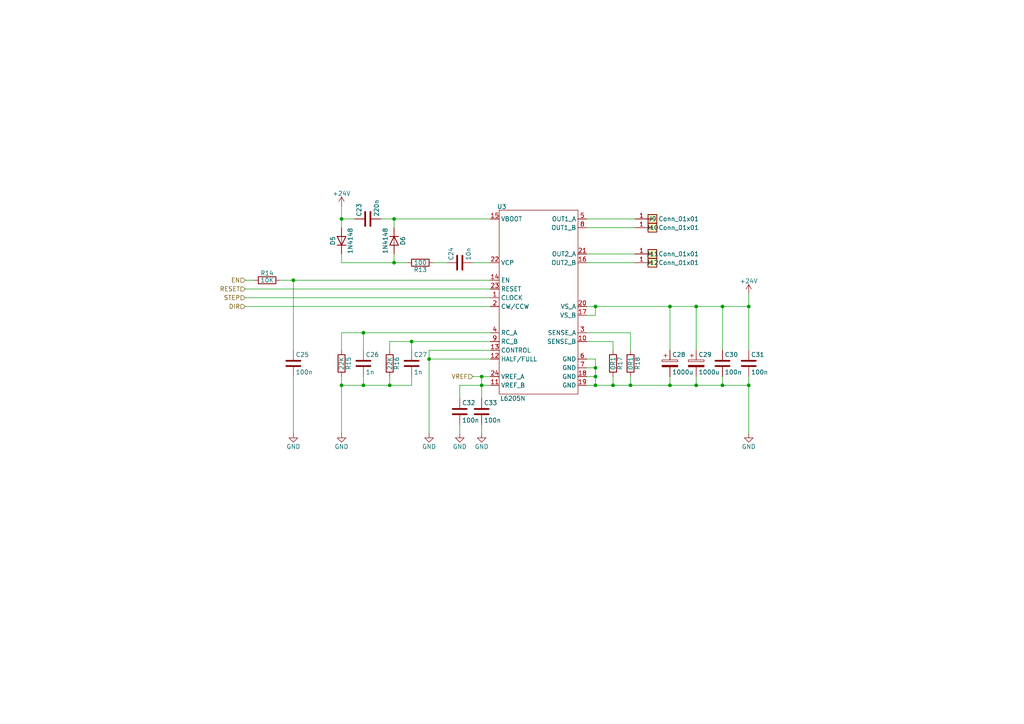
<source format=kicad_sch>
(kicad_sch (version 20250114) (generator "eeschema") (generator_version "9.0")
  (paper "A4")
  (lib_symbols
    (symbol "Connector_Generic:Conn_01x01" (pin_names (offset 1.016) (hide yes))
      (property "Reference" "J" (at 0 2.54 0))
      (property "Value" "Conn_01x01" (at 0 -2.54 0))
      (symbol "Conn_01x01_1_1"
        (rectangle (start -1.27 1.27) (end 1.27 -1.27) (stroke (width 0.254)) (fill (type background)))
        (rectangle (start -1.27 0.127) (end 0 -0.127) (stroke (width 0.1524)))
        (pin passive line (at -5.08 0 0) (length 3.81) (name "Pin_1") (number "1"))
      )
    )
    (symbol "Device:C" (pin_numbers (hide yes)) (pin_names (offset 0.254))
      (property "Reference" "C" (at 0.635 2.54 0))
      (property "Value" "C" (at 0.635 -2.54 0))
      (symbol "C_0_1"
        (polyline (pts (xy -2.032 0.762) (xy 2.032 0.762)) (stroke (width 0.508)))
        (polyline (pts (xy -2.032 -0.762) (xy 2.032 -0.762)) (stroke (width 0.508)))
      )
      (symbol "C_1_1"
        (pin passive line (at 0 3.81 270) (length 2.794) (name "~") (number "1"))
        (pin passive line (at 0 -3.81 90) (length 2.794) (name "~") (number "2"))
      )
    )
    (symbol "Device:C_Polarized" (pin_numbers (hide yes)) (pin_names (offset 0.254))
      (property "Reference" "C" (at 0.635 2.54 0))
      (property "Value" "C_Polarized" (at 0.635 -2.54 0))
      (symbol "C_Polarized_0_1"
        (rectangle (start -2.286 0.508) (end 2.286 1.016))
        (polyline (pts (xy -1.778 2.286) (xy -0.762 2.286)))
        (polyline (pts (xy -1.27 2.794) (xy -1.27 1.778)))
        (rectangle (start 2.286 -0.508) (end -2.286 -1.016) (fill (type outline)))
      )
      (symbol "C_Polarized_1_1"
        (pin passive line (at 0 3.81 270) (length 2.794) (name "~") (number "1"))
        (pin passive line (at 0 -3.81 90) (length 2.794) (name "~") (number "2"))
      )
    )
    (symbol "Device:D" (pin_numbers (hide yes)) (pin_names (offset 1.016) (hide yes))
      (property "Reference" "D" (at 0 2.54 0))
      (property "Value" "D" (at 0 -2.54 0))
      (symbol "D_0_1"
        (polyline (pts (xy -1.27 1.27) (xy -1.27 -1.27)) (stroke (width 0.254)))
        (polyline (pts (xy 1.27 1.27) (xy 1.27 -1.27) (xy -1.27 0) (xy 1.27 1.27)) (stroke (width 0.254)))
        (polyline (pts (xy 1.27 0) (xy -1.27 0)))
      )
      (symbol "D_1_1"
        (pin passive line (at -3.81 0 0) (length 2.54) (name "K") (number "1"))
        (pin passive line (at 3.81 0 180) (length 2.54) (name "A") (number "2"))
      )
    )
    (symbol "Device:R" (pin_numbers (hide yes)) (pin_names (offset 0))
      (property "Reference" "R" (at 2.032 0 90))
      (property "Value" "R" (at 0 0 90))
      (symbol "R_0_1"
        (rectangle (start -1.016 -2.54) (end 1.016 2.54) (stroke (width 0.254)))
      )
      (symbol "R_1_1"
        (pin passive line (at 0 3.81 270) (length 1.27) (name "~") (number "1"))
        (pin passive line (at 0 -3.81 90) (length 1.27) (name "~") (number "2"))
      )
    )
    (symbol "L6208:L6208N"
      (property "Reference" "U" (at 0.762 1.016 0))
      (property "Value" "L6205N" (at 0.254 -54.61 0))
      (symbol "L6208N_0_1"
        (rectangle (start 0 0) (end 22.86 -53.34))
      )
      (symbol "L6208N_1_1"
        (pin passive line (at -2.54 -2.54 0) (length 2.54) (name "VBOOT") (number "15"))
        (pin output line (at -2.54 -15.24 0) (length 2.54) (name "VCP") (number "22"))
        (pin input line (at -2.54 -20.32 0) (length 2.54) (name "EN") (number "14"))
        (pin input line (at -2.54 -22.86 0) (length 2.54) (name "RESET") (number "23"))
        (pin input line (at -2.54 -25.4 0) (length 2.54) (name "CLOCK") (number "1"))
        (pin input line (at -2.54 -27.94 0) (length 2.54) (name "CW/CCW") (number "2"))
        (pin passive line (at -2.54 -35.56 0) (length 2.54) (name "RC_A") (number "4"))
        (pin passive line (at -2.54 -38.1 0) (length 2.54) (name "RC_B") (number "9"))
        (pin input line (at -2.54 -40.64 0) (length 2.54) (name "CONTROL") (number "13"))
        (pin input line (at -2.54 -43.18 0) (length 2.54) (name "HALF/FULL") (number "12"))
        (pin input line (at -2.54 -48.26 0) (length 2.54) (name "VREF_A") (number "24"))
        (pin input line (at -2.54 -50.8 0) (length 2.54) (name "VREF_B") (number "11"))
        (pin power_out line (at 25.4 -2.54 180) (length 2.54) (name "OUT1_A") (number "5"))
        (pin power_out line (at 25.4 -5.08 180) (length 2.54) (name "OUT1_B") (number "8"))
        (pin power_out line (at 25.4 -12.7 180) (length 2.54) (name "OUT2_A") (number "21"))
        (pin power_out line (at 25.4 -15.24 180) (length 2.54) (name "OUT2_B") (number "16"))
        (pin power_in line (at 25.4 -27.94 180) (length 2.54) (name "VS_A") (number "20"))
        (pin power_in line (at 25.4 -30.48 180) (length 2.54) (name "VS_B") (number "17"))
        (pin power_out line (at 25.4 -35.56 180) (length 2.54) (name "SENSE_A") (number "3"))
        (pin power_out line (at 25.4 -38.1 180) (length 2.54) (name "SENSE_B") (number "10"))
        (pin power_in line (at 25.4 -43.18 180) (length 2.54) (name "GND") (number "6"))
        (pin power_in line (at 25.4 -45.72 180) (length 2.54) (name "GND") (number "7"))
        (pin power_out line (at 25.4 -48.26 180) (length 2.54) (name "GND") (number "18"))
        (pin power_out line (at 25.4 -50.8 180) (length 2.54) (name "GND") (number "19"))
      )
    )
    (symbol "power:+24V" (power) (pin_numbers (hide yes)) (pin_names (offset 0) (hide yes))
      (property "Value" "+24V" (at 0 3.556 0))
      (symbol "+24V_0_1"
        (polyline (pts (xy -0.762 1.27) (xy 0 2.54)))
        (polyline (pts (xy 0 2.54) (xy 0.762 1.27)))
        (polyline (pts (xy 0 0) (xy 0 2.54)))
      )
      (symbol "+24V_1_1"
        (pin power_in line (at 0 0 90) (length 0) (name "~") (number "1"))
      )
    )
    (symbol "power:GND" (power) (pin_numbers (hide yes)) (pin_names (offset 0) (hide yes))
      (property "Value" "GND" (at 0 -3.81 0))
      (symbol "GND_0_1"
        (polyline (pts (xy 0 0) (xy 0 -1.27) (xy 1.27 -1.27) (xy 0 -2.54) (xy -1.27 -1.27) (xy 0 -1.27)))
      )
      (symbol "GND_1_1"
        (pin power_in line (at 0 0 270) (length 0) (name "~") (number "1"))
      )
    )
  )
  (junction (at 99.06 63.5))
  (junction (at 217.17 111.76))
  (junction (at 194.31 88.9))
  (junction (at 172.72 88.9))
  (junction (at 85.09 81.28))
  (junction (at 139.7 111.76))
  (junction (at 209.55 111.76))
  (junction (at 99.06 111.76))
  (junction (at 194.31 111.76))
  (junction (at 114.3 76.2))
  (junction (at 172.72 111.76))
  (junction (at 201.93 111.76))
  (junction (at 201.93 88.9))
  (junction (at 177.8 111.76))
  (junction (at 124.46 104.14))
  (junction (at 114.3 63.5))
  (junction (at 139.7 109.22))
  (junction (at 217.17 88.9))
  (junction (at 105.41 111.76))
  (junction (at 119.38 99.06))
  (junction (at 209.55 88.9))
  (junction (at 182.88 111.76))
  (junction (at 172.72 106.68))
  (junction (at 172.72 109.22))
  (junction (at 113.03 111.76))
  (junction (at 105.41 96.52))
  (wire (pts (xy 142.24 109.22) (xy 139.7 109.22)))
  (wire (pts (xy 182.88 111.76) (xy 182.88 109.22)))
  (wire (pts (xy 137.16 109.22) (xy 139.7 109.22)))
  (wire (pts (xy 172.72 106.68) (xy 172.72 109.22)))
  (wire (pts (xy 85.09 81.28) (xy 142.24 81.28)))
  (wire (pts (xy 217.17 111.76) (xy 217.17 125.73)))
  (wire (pts (xy 119.38 109.22) (xy 119.38 111.76)))
  (wire (pts (xy 172.72 88.9) (xy 194.31 88.9)))
  (wire (pts (xy 217.17 88.9) (xy 217.17 85.09)))
  (wire (pts (xy 172.72 111.76) (xy 177.8 111.76)))
  (wire (pts (xy 105.41 96.52) (xy 105.41 101.6)))
  (wire (pts (xy 182.88 96.52) (xy 182.88 101.6)))
  (wire (pts (xy 209.55 111.76) (xy 217.17 111.76)))
  (wire (pts (xy 170.18 73.66) (xy 184.15 73.66)))
  (wire (pts (xy 139.7 111.76) (xy 139.7 115.57)))
  (wire (pts (xy 201.93 88.9) (xy 209.55 88.9)))
  (wire (pts (xy 133.35 123.19) (xy 133.35 125.73)))
  (wire (pts (xy 139.7 109.22) (xy 139.7 111.76)))
  (wire (pts (xy 71.12 83.82) (xy 142.24 83.82)))
  (wire (pts (xy 99.06 76.2) (xy 114.3 76.2)))
  (wire (pts (xy 177.8 111.76) (xy 177.8 109.22)))
  (wire (pts (xy 119.38 99.06) (xy 119.38 101.6)))
  (wire (pts (xy 124.46 104.14) (xy 124.46 101.6)))
  (wire (pts (xy 71.12 81.28) (xy 73.66 81.28)))
  (wire (pts (xy 201.93 88.9) (xy 201.93 101.6)))
  (wire (pts (xy 71.12 88.9) (xy 142.24 88.9)))
  (wire (pts (xy 124.46 104.14) (xy 142.24 104.14)))
  (wire (pts (xy 201.93 111.76) (xy 209.55 111.76)))
  (wire (pts (xy 110.49 63.5) (xy 114.3 63.5)))
  (wire (pts (xy 172.72 111.76) (xy 170.18 111.76)))
  (wire (pts (xy 105.41 96.52) (xy 99.06 96.52)))
  (wire (pts (xy 113.03 99.06) (xy 119.38 99.06)))
  (wire (pts (xy 99.06 96.52) (xy 99.06 101.6)))
  (wire (pts (xy 124.46 101.6) (xy 142.24 101.6)))
  (wire (pts (xy 114.3 76.2) (xy 118.11 76.2)))
  (wire (pts (xy 139.7 111.76) (xy 142.24 111.76)))
  (wire (pts (xy 113.03 109.22) (xy 113.03 111.76)))
  (wire (pts (xy 139.7 123.19) (xy 139.7 125.73)))
  (wire (pts (xy 85.09 109.22) (xy 85.09 125.73)))
  (wire (pts (xy 99.06 63.5) (xy 99.06 66.04)))
  (wire (pts (xy 170.18 109.22) (xy 172.72 109.22)))
  (wire (pts (xy 170.18 88.9) (xy 172.72 88.9)))
  (wire (pts (xy 170.18 104.14) (xy 172.72 104.14)))
  (wire (pts (xy 113.03 111.76) (xy 105.41 111.76)))
  (wire (pts (xy 170.18 66.04) (xy 184.15 66.04)))
  (wire (pts (xy 99.06 111.76) (xy 105.41 111.76)))
  (wire (pts (xy 125.73 76.2) (xy 129.54 76.2)))
  (wire (pts (xy 170.18 63.5) (xy 184.15 63.5)))
  (wire (pts (xy 194.31 109.22) (xy 194.31 111.76)))
  (wire (pts (xy 172.72 88.9) (xy 172.72 91.44)))
  (wire (pts (xy 99.06 59.69) (xy 99.06 63.5)))
  (wire (pts (xy 137.16 76.2) (xy 142.24 76.2)))
  (wire (pts (xy 177.8 99.06) (xy 177.8 101.6)))
  (wire (pts (xy 99.06 109.22) (xy 99.06 111.76)))
  (wire (pts (xy 217.17 109.22) (xy 217.17 111.76)))
  (wire (pts (xy 119.38 111.76) (xy 113.03 111.76)))
  (wire (pts (xy 194.31 111.76) (xy 201.93 111.76)))
  (wire (pts (xy 170.18 96.52) (xy 182.88 96.52)))
  (wire (pts (xy 177.8 111.76) (xy 182.88 111.76)))
  (wire (pts (xy 114.3 66.04) (xy 114.3 63.5)))
  (wire (pts (xy 182.88 111.76) (xy 194.31 111.76)))
  (wire (pts (xy 170.18 76.2) (xy 184.15 76.2)))
  (wire (pts (xy 172.72 104.14) (xy 172.72 106.68)))
  (wire (pts (xy 209.55 88.9) (xy 209.55 101.6)))
  (wire (pts (xy 194.31 88.9) (xy 201.93 88.9)))
  (wire (pts (xy 139.7 111.76) (xy 133.35 111.76)))
  (wire (pts (xy 133.35 111.76) (xy 133.35 115.57)))
  (wire (pts (xy 209.55 109.22) (xy 209.55 111.76)))
  (wire (pts (xy 172.72 109.22) (xy 172.72 111.76)))
  (wire (pts (xy 194.31 88.9) (xy 194.31 101.6)))
  (wire (pts (xy 142.24 96.52) (xy 105.41 96.52)))
  (wire (pts (xy 119.38 99.06) (xy 142.24 99.06)))
  (wire (pts (xy 99.06 73.66) (xy 99.06 76.2)))
  (wire (pts (xy 124.46 104.14) (xy 124.46 125.73)))
  (wire (pts (xy 209.55 88.9) (xy 217.17 88.9)))
  (wire (pts (xy 201.93 109.22) (xy 201.93 111.76)))
  (wire (pts (xy 114.3 63.5) (xy 142.24 63.5)))
  (wire (pts (xy 85.09 101.6) (xy 85.09 81.28)))
  (wire (pts (xy 99.06 111.76) (xy 99.06 125.73)))
  (wire (pts (xy 170.18 99.06) (xy 177.8 99.06)))
  (wire (pts (xy 105.41 109.22) (xy 105.41 111.76)))
  (wire (pts (xy 85.09 81.28) (xy 81.28 81.28)))
  (wire (pts (xy 114.3 73.66) (xy 114.3 76.2)))
  (wire (pts (xy 113.03 101.6) (xy 113.03 99.06)))
  (wire (pts (xy 71.12 86.36) (xy 142.24 86.36)))
  (wire (pts (xy 217.17 88.9) (xy 217.17 101.6)))
  (wire (pts (xy 170.18 106.68) (xy 172.72 106.68)))
  (wire (pts (xy 170.18 91.44) (xy 172.72 91.44)))
  (wire (pts (xy 99.06 63.5) (xy 102.87 63.5)))
  (hierarchical_label "RESET" (shape input) (at 71.12 83.82 180))
  (hierarchical_label "DIR" (shape input) (at 71.12 88.9 180))
  (hierarchical_label "EN" (shape input) (at 71.12 81.28 180))
  (hierarchical_label "VREF" (shape input) (at 137.16 109.22 180))
  (hierarchical_label "STEP" (shape input) (at 71.12 86.36 180))
  (symbol (lib_id "Device:C") (at 217.17 105.41 0) (unit 1)
    (property "Reference" "C9" (at 217.805 102.87 0) (effects (justify left)))
    (property "Value" "100n" (at 217.805 107.95 0) (effects (justify left)))
    (property "Footprint" "Capacitor_THT:C_Rect_L4.6mm_W2.0mm_P2.50mm_MKS02_FKP02" (effects (hide yes)))
    (property "Description" "Unpolarized capacitor" (effects (hide yes)))
    (instances (project "BreadBoard-PoC" (path "" (reference "C31") (unit 1)) (path "" (reference "C42") (unit 1)) (path "" (reference "C9") (unit 1)) (path "" (reference "C20") (unit 1))))
  )
  (symbol (lib_id "Device:R") (at 177.8 105.41 0) (unit 1)
    (property "Reference" "R5" (at 179.832 105.41 90))
    (property "Value" "0R1" (at 177.8 105.41 90))
    (property "Footprint" "Resistor_THT:R_Axial_DIN0207_L6.3mm_D2.5mm_P10.16mm_Horizontal" (effects (hide yes)))
    (property "Description" "Resistor" (effects (hide yes)))
    (instances (project "BreadBoard-PoC" (path "" (reference "R17") (unit 1)) (path "" (reference "R23") (unit 1)) (path "" (reference "R5") (unit 1)) (path "" (reference "R11") (unit 1))))
  )
  (symbol (lib_id "Device:R") (at 77.47 81.28 90) (unit 1)
    (property "Reference" "R2" (at 77.47 79.248 90))
    (property "Value" "10K" (at 77.47 81.28 90))
    (property "Footprint" "Resistor_THT:R_Axial_DIN0207_L6.3mm_D2.5mm_P2.54mm_Vertical" (effects (hide yes)))
    (property "Description" "Resistor" (effects (hide yes)))
    (instances (project "BreadBoard-PoC" (path "" (reference "R14") (unit 1)) (path "" (reference "R20") (unit 1)) (path "" (reference "R2") (unit 1)) (path "" (reference "R8") (unit 1))))
  )
  (symbol (lib_id "Connector_Generic:Conn_01x01") (at 189.23 73.66 0) (unit 1)
    (property "Reference" "J3" (at 189.23 73.66 0))
    (property "Value" "Conn_01x01" (at 196.85 73.66 0))
    (property "Footprint" "Connector_PinHeader_2.54mm:PinHeader_1x01_P2.54mm_Vertical" (effects (hide yes)))
    (property "Description" "Generic connector, single row, 01x01, script generated (kicad-library-utils/schlib/autogen/connector/)" (effects (hide yes)))
    (instances (project "BreadBoard-PoC" (path "" (reference "J11") (unit 1)) (path "" (reference "J15") (unit 1)) (path "" (reference "J3") (unit 1)) (path "" (reference "J7") (unit 1))))
  )
  (symbol (lib_id "Device:C") (at 209.55 105.41 0) (unit 1)
    (property "Reference" "C8" (at 210.185 102.87 0) (effects (justify left)))
    (property "Value" "100n" (at 210.185 107.95 0) (effects (justify left)))
    (property "Footprint" "Capacitor_THT:C_Rect_L4.6mm_W2.0mm_P2.50mm_MKS02_FKP02" (effects (hide yes)))
    (property "Description" "Unpolarized capacitor" (effects (hide yes)))
    (instances (project "BreadBoard-PoC" (path "" (reference "C30") (unit 1)) (path "" (reference "C41") (unit 1)) (path "" (reference "C8") (unit 1)) (path "" (reference "C19") (unit 1))))
  )
  (symbol (lib_id "Device:C") (at 105.41 105.41 0) (unit 1)
    (property "Reference" "C4" (at 106.045 102.87 0) (effects (justify left)))
    (property "Value" "1n" (at 106.045 107.95 0) (effects (justify left)))
    (property "Footprint" "Capacitor_THT:C_Rect_L4.6mm_W2.0mm_P2.50mm_MKS02_FKP02" (effects (hide yes)))
    (property "Description" "Unpolarized capacitor" (effects (hide yes)))
    (instances (project "BreadBoard-PoC" (path "" (reference "C26") (unit 1)) (path "" (reference "C37") (unit 1)) (path "" (reference "C4") (unit 1)) (path "" (reference "C15") (unit 1))))
  )
  (symbol (lib_id "power:GND") (at 99.06 125.73 0) (unit 1)
    (property "Reference" "#PWR04" (effects (hide yes)))
    (property "Value" "GND" (at 99.06 129.54 0))
    (property "Description" "Power symbol creates a global label with name \"GND\" , ground" (effects (hide yes)))
    (instances (project "BreadBoard-PoC" (path "" (reference "#PWR020") (unit 1)) (path "" (reference "#PWR028") (unit 1)) (path "" (reference "#PWR04") (unit 1)) (path "" (reference "#PWR012") (unit 1))))
  )
  (symbol (lib_id "Connector_Generic:Conn_01x01") (at 189.23 63.5 0) (unit 1)
    (property "Reference" "J1" (at 189.23 63.5 0))
    (property "Value" "Conn_01x01" (at 196.85 63.5 0))
    (property "Footprint" "Connector_PinHeader_2.54mm:PinHeader_1x01_P2.54mm_Vertical" (effects (hide yes)))
    (property "Description" "Generic connector, single row, 01x01, script generated (kicad-library-utils/schlib/autogen/connector/)" (effects (hide yes)))
    (instances (project "BreadBoard-PoC" (path "" (reference "J9") (unit 1)) (path "" (reference "J13") (unit 1)) (path "" (reference "J1") (unit 1)) (path "" (reference "J5") (unit 1))))
  )
  (symbol (lib_id "Device:C") (at 85.09 105.41 0) (unit 1)
    (property "Reference" "C3" (at 85.725 102.87 0) (effects (justify left)))
    (property "Value" "100n" (at 85.725 107.95 0) (effects (justify left)))
    (property "Footprint" "Capacitor_THT:C_Rect_L4.6mm_W2.0mm_P2.50mm_MKS02_FKP02" (effects (hide yes)))
    (property "Description" "Unpolarized capacitor" (effects (hide yes)))
    (instances (project "BreadBoard-PoC" (path "" (reference "C25") (unit 1)) (path "" (reference "C36") (unit 1)) (path "" (reference "C3") (unit 1)) (path "" (reference "C14") (unit 1))))
  )
  (symbol (lib_id "L6208:L6208N") (at 144.78 60.96 0) (unit 1)
    (property "Reference" "U1" (at 145.542 59.944 0))
    (property "Value" "L6205N" (at 145.034 115.57 0) (effects (justify left)))
    (property "Footprint" "Package_DIP:DIP-24_W7.62mm_LongPads" (effects (hide yes)))
    (property "Datasheet" "https://www.st.com/resource/en/datasheet/l6208.pdf" (effects (hide yes)))
    (instances (project "BreadBoard-PoC" (path "" (reference "U3") (unit 1)) (path "" (reference "U4") (unit 1)) (path "" (reference "U1") (unit 1)) (path "" (reference "U2") (unit 1))))
  )
  (symbol (lib_id "Device:C") (at 139.7 119.38 0) (unit 1)
    (property "Reference" "C11" (at 140.335 116.84 0) (effects (justify left)))
    (property "Value" "100n" (at 140.335 121.92 0) (effects (justify left)))
    (property "Footprint" "Capacitor_THT:C_Rect_L4.6mm_W2.0mm_P2.50mm_MKS02_FKP02" (effects (hide yes)))
    (property "Description" "Unpolarized capacitor" (effects (hide yes)))
    (instances (project "BreadBoard-PoC" (path "" (reference "C33") (unit 1)) (path "" (reference "C44") (unit 1)) (path "" (reference "C11") (unit 1)) (path "" (reference "C22") (unit 1))))
  )
  (symbol (lib_id "Connector_Generic:Conn_01x01") (at 189.23 66.04 0) (unit 1)
    (property "Reference" "J2" (at 189.23 66.04 0))
    (property "Value" "Conn_01x01" (at 196.85 66.04 0))
    (property "Footprint" "Connector_PinHeader_2.54mm:PinHeader_1x01_P2.54mm_Vertical" (effects (hide yes)))
    (property "Description" "Generic connector, single row, 01x01, script generated (kicad-library-utils/schlib/autogen/connector/)" (effects (hide yes)))
    (instances (project "BreadBoard-PoC" (path "" (reference "J10") (unit 1)) (path "" (reference "J14") (unit 1)) (path "" (reference "J2") (unit 1)) (path "" (reference "J6") (unit 1))))
  )
  (symbol (lib_id "power:GND") (at 85.09 125.73 0) (unit 1)
    (property "Reference" "#PWR03" (effects (hide yes)))
    (property "Value" "GND" (at 85.09 129.54 0))
    (property "Description" "Power symbol creates a global label with name \"GND\" , ground" (effects (hide yes)))
    (instances (project "BreadBoard-PoC" (path "" (reference "#PWR019") (unit 1)) (path "" (reference "#PWR027") (unit 1)) (path "" (reference "#PWR03") (unit 1)) (path "" (reference "#PWR011") (unit 1))))
  )
  (symbol (lib_id "power:GND") (at 139.7 125.73 0) (unit 1)
    (property "Reference" "#PWR07" (effects (hide yes)))
    (property "Value" "GND" (at 139.7 129.54 0))
    (property "Description" "Power symbol creates a global label with name \"GND\" , ground" (effects (hide yes)))
    (instances (project "BreadBoard-PoC" (path "" (reference "#PWR023") (unit 1)) (path "" (reference "#PWR031") (unit 1)) (path "" (reference "#PWR07") (unit 1)) (path "" (reference "#PWR015") (unit 1))))
  )
  (symbol (lib_id "Device:C_Polarized") (at 194.31 105.41 0) (unit 1)
    (property "Reference" "C6" (at 194.945 102.87 0) (effects (justify left)))
    (property "Value" "1000u" (at 194.945 107.95 0) (effects (justify left)))
    (property "Footprint" "Capacitor_THT:CP_Radial_D10.0mm_P5.00mm" (effects (hide yes)))
    (property "Description" "Polarized capacitor" (effects (hide yes)))
    (instances (project "BreadBoard-PoC" (path "" (reference "C28") (unit 1)) (path "" (reference "C39") (unit 1)) (path "" (reference "C6") (unit 1)) (path "" (reference "C17") (unit 1))))
  )
  (symbol (lib_id "Device:R") (at 99.06 105.41 0) (unit 1)
    (property "Reference" "R3" (at 101.092 105.41 90))
    (property "Value" "22K" (at 99.06 105.41 90))
    (property "Footprint" "Resistor_THT:R_Axial_DIN0207_L6.3mm_D2.5mm_P2.54mm_Vertical" (effects (hide yes)))
    (property "Description" "Resistor" (effects (hide yes)))
    (instances (project "BreadBoard-PoC" (path "" (reference "R15") (unit 1)) (path "" (reference "R21") (unit 1)) (path "" (reference "R3") (unit 1)) (path "" (reference "R9") (unit 1))))
  )
  (symbol (lib_id "power:+24V") (at 217.17 85.09 0) (unit 1)
    (property "Reference" "#PWR02" (effects (hide yes)))
    (property "Value" "+24V" (at 217.17 81.534 0))
    (property "Description" "Power symbol creates a global label with name \"+24V\"" (effects (hide yes)))
    (instances (project "BreadBoard-PoC" (path "" (reference "#PWR018") (unit 1)) (path "" (reference "#PWR026") (unit 1)) (path "" (reference "#PWR02") (unit 1)) (path "" (reference "#PWR010") (unit 1))))
  )
  (symbol (lib_id "power:+24V") (at 99.06 59.69 0) (unit 1)
    (property "Reference" "#PWR01" (effects (hide yes)))
    (property "Value" "+24V" (at 99.06 56.134 0))
    (property "Description" "Power symbol creates a global label with name \"+24V\"" (effects (hide yes)))
    (instances (project "BreadBoard-PoC" (path "" (reference "#PWR017") (unit 1)) (path "" (reference "#PWR025") (unit 1)) (path "" (reference "#PWR01") (unit 1)) (path "" (reference "#PWR09") (unit 1))))
  )
  (symbol (lib_id "Device:C") (at 106.68 63.5 90) (unit 1)
    (property "Reference" "C1" (at 104.14 62.865 0) (effects (justify left)))
    (property "Value" "220n" (at 109.22 62.865 0) (effects (justify left)))
    (property "Footprint" "Capacitor_THT:C_Rect_L7.0mm_W2.5mm_P5.00mm" (effects (hide yes)))
    (property "Description" "Unpolarized capacitor" (effects (hide yes)))
    (instances (project "BreadBoard-PoC" (path "" (reference "C23") (unit 1)) (path "" (reference "C34") (unit 1)) (path "" (reference "C1") (unit 1)) (path "" (reference "C12") (unit 1))))
  )
  (symbol (lib_id "Device:C") (at 133.35 76.2 90) (unit 1)
    (property "Reference" "C2" (at 130.81 75.565 0) (effects (justify left)))
    (property "Value" "10n" (at 135.89 75.565 0) (effects (justify left)))
    (property "Footprint" "Capacitor_THT:C_Rect_L4.6mm_W2.0mm_P2.50mm_MKS02_FKP02" (effects (hide yes)))
    (property "Description" "Unpolarized capacitor" (effects (hide yes)))
    (instances (project "BreadBoard-PoC" (path "" (reference "C24") (unit 1)) (path "" (reference "C35") (unit 1)) (path "" (reference "C2") (unit 1)) (path "" (reference "C13") (unit 1))))
  )
  (symbol (lib_id "Device:R") (at 182.88 105.41 0) (unit 1)
    (property "Reference" "R6" (at 184.912 105.41 90))
    (property "Value" "0R1" (at 182.88 105.41 90))
    (property "Footprint" "Resistor_THT:R_Axial_DIN0207_L6.3mm_D2.5mm_P10.16mm_Horizontal" (effects (hide yes)))
    (property "Description" "Resistor" (effects (hide yes)))
    (instances (project "BreadBoard-PoC" (path "" (reference "R18") (unit 1)) (path "" (reference "R24") (unit 1)) (path "" (reference "R6") (unit 1)) (path "" (reference "R12") (unit 1))))
  )
  (symbol (lib_id "power:GND") (at 124.46 125.73 0) (unit 1)
    (property "Reference" "#PWR05" (effects (hide yes)))
    (property "Value" "GND" (at 124.46 129.54 0))
    (property "Description" "Power symbol creates a global label with name \"GND\" , ground" (effects (hide yes)))
    (instances (project "BreadBoard-PoC" (path "" (reference "#PWR021") (unit 1)) (path "" (reference "#PWR029") (unit 1)) (path "" (reference "#PWR05") (unit 1)) (path "" (reference "#PWR013") (unit 1))))
  )
  (symbol (lib_id "power:GND") (at 217.17 125.73 0) (unit 1)
    (property "Reference" "#PWR08" (effects (hide yes)))
    (property "Value" "GND" (at 217.17 129.54 0))
    (property "Description" "Power symbol creates a global label with name \"GND\" , ground" (effects (hide yes)))
    (instances (project "BreadBoard-PoC" (path "" (reference "#PWR024") (unit 1)) (path "" (reference "#PWR032") (unit 1)) (path "" (reference "#PWR08") (unit 1)) (path "" (reference "#PWR016") (unit 1))))
  )
  (symbol (lib_id "Device:R") (at 121.92 76.2 270) (unit 1)
    (property "Reference" "R1" (at 121.92 78.232 90))
    (property "Value" "100" (at 121.92 76.2 90))
    (property "Footprint" "Resistor_THT:R_Axial_DIN0207_L6.3mm_D2.5mm_P2.54mm_Vertical" (effects (hide yes)))
    (property "Description" "Resistor" (effects (hide yes)))
    (instances (project "BreadBoard-PoC" (path "" (reference "R13") (unit 1)) (path "" (reference "R19") (unit 1)) (path "" (reference "R1") (unit 1)) (path "" (reference "R7") (unit 1))))
  )
  (symbol (lib_id "Device:R") (at 113.03 105.41 0) (unit 1)
    (property "Reference" "R4" (at 115.062 105.41 90))
    (property "Value" "22K" (at 113.03 105.41 90))
    (property "Footprint" "Resistor_THT:R_Axial_DIN0207_L6.3mm_D2.5mm_P2.54mm_Vertical" (effects (hide yes)))
    (property "Description" "Resistor" (effects (hide yes)))
    (instances (project "BreadBoard-PoC" (path "" (reference "R16") (unit 1)) (path "" (reference "R22") (unit 1)) (path "" (reference "R4") (unit 1)) (path "" (reference "R10") (unit 1))))
  )
  (symbol (lib_id "Device:D") (at 99.06 69.85 90) (unit 1)
    (property "Reference" "D1" (at 96.52 69.85 0))
    (property "Value" "1N4148" (at 101.6 69.85 0))
    (property "Footprint" "Diode_THT:D_A-405_P2.54mm_Vertical_AnodeUp" (effects (hide yes)))
    (property "Description" "Diode" (effects (hide yes)))
    (property "Sim.Device" "D" (effects (hide yes)))
    (property "Sim.Pins" "1=K 2=A" (effects (hide yes)))
    (instances (project "BreadBoard-PoC" (path "" (reference "D5") (unit 1)) (path "" (reference "D7") (unit 1)) (path "" (reference "D1") (unit 1)) (path "" (reference "D3") (unit 1))))
  )
  (symbol (lib_id "power:GND") (at 133.35 125.73 0) (unit 1)
    (property "Reference" "#PWR06" (effects (hide yes)))
    (property "Value" "GND" (at 133.35 129.54 0))
    (property "Description" "Power symbol creates a global label with name \"GND\" , ground" (effects (hide yes)))
    (instances (project "BreadBoard-PoC" (path "" (reference "#PWR022") (unit 1)) (path "" (reference "#PWR030") (unit 1)) (path "" (reference "#PWR06") (unit 1)) (path "" (reference "#PWR014") (unit 1))))
  )
  (symbol (lib_id "Device:C_Polarized") (at 201.93 105.41 0) (unit 1)
    (property "Reference" "C7" (at 202.565 102.87 0) (effects (justify left)))
    (property "Value" "1000u" (at 202.565 107.95 0) (effects (justify left)))
    (property "Footprint" "Capacitor_THT:CP_Radial_D10.0mm_P5.00mm" (effects (hide yes)))
    (property "Description" "Polarized capacitor" (effects (hide yes)))
    (instances (project "BreadBoard-PoC" (path "" (reference "C29") (unit 1)) (path "" (reference "C40") (unit 1)) (path "" (reference "C7") (unit 1)) (path "" (reference "C18") (unit 1))))
  )
  (symbol (lib_id "Device:C") (at 119.38 105.41 0) (unit 1)
    (property "Reference" "C5" (at 120.015 102.87 0) (effects (justify left)))
    (property "Value" "1n" (at 120.015 107.95 0) (effects (justify left)))
    (property "Footprint" "Capacitor_THT:C_Rect_L4.6mm_W2.0mm_P2.50mm_MKS02_FKP02" (effects (hide yes)))
    (property "Description" "Unpolarized capacitor" (effects (hide yes)))
    (instances (project "BreadBoard-PoC" (path "" (reference "C27") (unit 1)) (path "" (reference "C38") (unit 1)) (path "" (reference "C5") (unit 1)) (path "" (reference "C16") (unit 1))))
  )
  (symbol (lib_id "Device:C") (at 133.35 119.38 0) (unit 1)
    (property "Reference" "C10" (at 133.985 116.84 0) (effects (justify left)))
    (property "Value" "100n" (at 133.985 121.92 0) (effects (justify left)))
    (property "Footprint" "Capacitor_THT:C_Rect_L4.6mm_W2.0mm_P2.50mm_MKS02_FKP02" (effects (hide yes)))
    (property "Description" "Unpolarized capacitor" (effects (hide yes)))
    (instances (project "BreadBoard-PoC" (path "" (reference "C32") (unit 1)) (path "" (reference "C43") (unit 1)) (path "" (reference "C10") (unit 1)) (path "" (reference "C21") (unit 1))))
  )
  (symbol (lib_id "Device:D") (at 114.3 69.85 270) (unit 1)
    (property "Reference" "D2" (at 116.84 69.85 0))
    (property "Value" "1N4148" (at 111.76 69.85 0))
    (property "Footprint" "Diode_THT:D_A-405_P2.54mm_Vertical_AnodeUp" (effects (hide yes)))
    (property "Description" "Diode" (effects (hide yes)))
    (property "Sim.Device" "D" (effects (hide yes)))
    (property "Sim.Pins" "1=K 2=A" (effects (hide yes)))
    (instances (project "BreadBoard-PoC" (path "" (reference "D6") (unit 1)) (path "" (reference "D8") (unit 1)) (path "" (reference "D2") (unit 1)) (path "" (reference "D4") (unit 1))))
  )
  (symbol (lib_id "Connector_Generic:Conn_01x01") (at 189.23 76.2 0) (unit 1)
    (property "Reference" "J4" (at 189.23 76.2 0))
    (property "Value" "Conn_01x01" (at 196.85 76.2 0))
    (property "Footprint" "Connector_PinHeader_2.54mm:PinHeader_1x01_P2.54mm_Vertical" (effects (hide yes)))
    (property "Description" "Generic connector, single row, 01x01, script generated (kicad-library-utils/schlib/autogen/connector/)" (effects (hide yes)))
    (instances (project "BreadBoard-PoC" (path "" (reference "J12") (unit 1)) (path "" (reference "J16") (unit 1)) (path "" (reference "J4") (unit 1)) (path "" (reference "J8") (unit 1))))
  )
)
</source>
